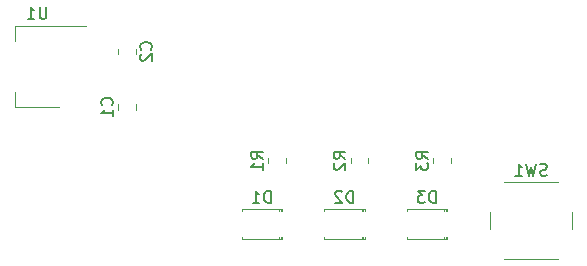
<source format=gbr>
%TF.GenerationSoftware,KiCad,Pcbnew,8.0.7*%
%TF.CreationDate,2025-01-26T18:01:06+01:00*%
%TF.ProjectId,ESP_PZEM004V3,4553505f-505a-4454-9d30-303456332e6b,rev?*%
%TF.SameCoordinates,Original*%
%TF.FileFunction,Legend,Bot*%
%TF.FilePolarity,Positive*%
%FSLAX46Y46*%
G04 Gerber Fmt 4.6, Leading zero omitted, Abs format (unit mm)*
G04 Created by KiCad (PCBNEW 8.0.7) date 2025-01-26 18:01:06*
%MOMM*%
%LPD*%
G01*
G04 APERTURE LIST*
%ADD10C,0.150000*%
%ADD11C,0.120000*%
G04 APERTURE END LIST*
D10*
X135994580Y-94468333D02*
X136042200Y-94420714D01*
X136042200Y-94420714D02*
X136089819Y-94277857D01*
X136089819Y-94277857D02*
X136089819Y-94182619D01*
X136089819Y-94182619D02*
X136042200Y-94039762D01*
X136042200Y-94039762D02*
X135946961Y-93944524D01*
X135946961Y-93944524D02*
X135851723Y-93896905D01*
X135851723Y-93896905D02*
X135661247Y-93849286D01*
X135661247Y-93849286D02*
X135518390Y-93849286D01*
X135518390Y-93849286D02*
X135327914Y-93896905D01*
X135327914Y-93896905D02*
X135232676Y-93944524D01*
X135232676Y-93944524D02*
X135137438Y-94039762D01*
X135137438Y-94039762D02*
X135089819Y-94182619D01*
X135089819Y-94182619D02*
X135089819Y-94277857D01*
X135089819Y-94277857D02*
X135137438Y-94420714D01*
X135137438Y-94420714D02*
X135185057Y-94468333D01*
X135185057Y-94849286D02*
X135137438Y-94896905D01*
X135137438Y-94896905D02*
X135089819Y-94992143D01*
X135089819Y-94992143D02*
X135089819Y-95230238D01*
X135089819Y-95230238D02*
X135137438Y-95325476D01*
X135137438Y-95325476D02*
X135185057Y-95373095D01*
X135185057Y-95373095D02*
X135280295Y-95420714D01*
X135280295Y-95420714D02*
X135375533Y-95420714D01*
X135375533Y-95420714D02*
X135518390Y-95373095D01*
X135518390Y-95373095D02*
X136089819Y-94801667D01*
X136089819Y-94801667D02*
X136089819Y-95420714D01*
X132694580Y-99183333D02*
X132742200Y-99135714D01*
X132742200Y-99135714D02*
X132789819Y-98992857D01*
X132789819Y-98992857D02*
X132789819Y-98897619D01*
X132789819Y-98897619D02*
X132742200Y-98754762D01*
X132742200Y-98754762D02*
X132646961Y-98659524D01*
X132646961Y-98659524D02*
X132551723Y-98611905D01*
X132551723Y-98611905D02*
X132361247Y-98564286D01*
X132361247Y-98564286D02*
X132218390Y-98564286D01*
X132218390Y-98564286D02*
X132027914Y-98611905D01*
X132027914Y-98611905D02*
X131932676Y-98659524D01*
X131932676Y-98659524D02*
X131837438Y-98754762D01*
X131837438Y-98754762D02*
X131789819Y-98897619D01*
X131789819Y-98897619D02*
X131789819Y-98992857D01*
X131789819Y-98992857D02*
X131837438Y-99135714D01*
X131837438Y-99135714D02*
X131885057Y-99183333D01*
X132789819Y-100135714D02*
X132789819Y-99564286D01*
X132789819Y-99850000D02*
X131789819Y-99850000D01*
X131789819Y-99850000D02*
X131932676Y-99754762D01*
X131932676Y-99754762D02*
X132027914Y-99659524D01*
X132027914Y-99659524D02*
X132075533Y-99564286D01*
X127151904Y-90859819D02*
X127151904Y-91669342D01*
X127151904Y-91669342D02*
X127104285Y-91764580D01*
X127104285Y-91764580D02*
X127056666Y-91812200D01*
X127056666Y-91812200D02*
X126961428Y-91859819D01*
X126961428Y-91859819D02*
X126770952Y-91859819D01*
X126770952Y-91859819D02*
X126675714Y-91812200D01*
X126675714Y-91812200D02*
X126628095Y-91764580D01*
X126628095Y-91764580D02*
X126580476Y-91669342D01*
X126580476Y-91669342D02*
X126580476Y-90859819D01*
X125580476Y-91859819D02*
X126151904Y-91859819D01*
X125866190Y-91859819D02*
X125866190Y-90859819D01*
X125866190Y-90859819D02*
X125961428Y-91002676D01*
X125961428Y-91002676D02*
X126056666Y-91097914D01*
X126056666Y-91097914D02*
X126151904Y-91145533D01*
X159459819Y-103715833D02*
X158983628Y-103382500D01*
X159459819Y-103144405D02*
X158459819Y-103144405D01*
X158459819Y-103144405D02*
X158459819Y-103525357D01*
X158459819Y-103525357D02*
X158507438Y-103620595D01*
X158507438Y-103620595D02*
X158555057Y-103668214D01*
X158555057Y-103668214D02*
X158650295Y-103715833D01*
X158650295Y-103715833D02*
X158793152Y-103715833D01*
X158793152Y-103715833D02*
X158888390Y-103668214D01*
X158888390Y-103668214D02*
X158936009Y-103620595D01*
X158936009Y-103620595D02*
X158983628Y-103525357D01*
X158983628Y-103525357D02*
X158983628Y-103144405D01*
X158459819Y-104049167D02*
X158459819Y-104668214D01*
X158459819Y-104668214D02*
X158840771Y-104334881D01*
X158840771Y-104334881D02*
X158840771Y-104477738D01*
X158840771Y-104477738D02*
X158888390Y-104572976D01*
X158888390Y-104572976D02*
X158936009Y-104620595D01*
X158936009Y-104620595D02*
X159031247Y-104668214D01*
X159031247Y-104668214D02*
X159269342Y-104668214D01*
X159269342Y-104668214D02*
X159364580Y-104620595D01*
X159364580Y-104620595D02*
X159412200Y-104572976D01*
X159412200Y-104572976D02*
X159459819Y-104477738D01*
X159459819Y-104477738D02*
X159459819Y-104192024D01*
X159459819Y-104192024D02*
X159412200Y-104096786D01*
X159412200Y-104096786D02*
X159364580Y-104049167D01*
X145489819Y-103715833D02*
X145013628Y-103382500D01*
X145489819Y-103144405D02*
X144489819Y-103144405D01*
X144489819Y-103144405D02*
X144489819Y-103525357D01*
X144489819Y-103525357D02*
X144537438Y-103620595D01*
X144537438Y-103620595D02*
X144585057Y-103668214D01*
X144585057Y-103668214D02*
X144680295Y-103715833D01*
X144680295Y-103715833D02*
X144823152Y-103715833D01*
X144823152Y-103715833D02*
X144918390Y-103668214D01*
X144918390Y-103668214D02*
X144966009Y-103620595D01*
X144966009Y-103620595D02*
X145013628Y-103525357D01*
X145013628Y-103525357D02*
X145013628Y-103144405D01*
X145489819Y-104668214D02*
X145489819Y-104096786D01*
X145489819Y-104382500D02*
X144489819Y-104382500D01*
X144489819Y-104382500D02*
X144632676Y-104287262D01*
X144632676Y-104287262D02*
X144727914Y-104192024D01*
X144727914Y-104192024D02*
X144775533Y-104096786D01*
X169533332Y-105107200D02*
X169390475Y-105154819D01*
X169390475Y-105154819D02*
X169152380Y-105154819D01*
X169152380Y-105154819D02*
X169057142Y-105107200D01*
X169057142Y-105107200D02*
X169009523Y-105059580D01*
X169009523Y-105059580D02*
X168961904Y-104964342D01*
X168961904Y-104964342D02*
X168961904Y-104869104D01*
X168961904Y-104869104D02*
X169009523Y-104773866D01*
X169009523Y-104773866D02*
X169057142Y-104726247D01*
X169057142Y-104726247D02*
X169152380Y-104678628D01*
X169152380Y-104678628D02*
X169342856Y-104631009D01*
X169342856Y-104631009D02*
X169438094Y-104583390D01*
X169438094Y-104583390D02*
X169485713Y-104535771D01*
X169485713Y-104535771D02*
X169533332Y-104440533D01*
X169533332Y-104440533D02*
X169533332Y-104345295D01*
X169533332Y-104345295D02*
X169485713Y-104250057D01*
X169485713Y-104250057D02*
X169438094Y-104202438D01*
X169438094Y-104202438D02*
X169342856Y-104154819D01*
X169342856Y-104154819D02*
X169104761Y-104154819D01*
X169104761Y-104154819D02*
X168961904Y-104202438D01*
X168628570Y-104154819D02*
X168390475Y-105154819D01*
X168390475Y-105154819D02*
X168199999Y-104440533D01*
X168199999Y-104440533D02*
X168009523Y-105154819D01*
X168009523Y-105154819D02*
X167771428Y-104154819D01*
X166866666Y-105154819D02*
X167438094Y-105154819D01*
X167152380Y-105154819D02*
X167152380Y-104154819D01*
X167152380Y-104154819D02*
X167247618Y-104297676D01*
X167247618Y-104297676D02*
X167342856Y-104392914D01*
X167342856Y-104392914D02*
X167438094Y-104440533D01*
X160123094Y-107434819D02*
X160123094Y-106434819D01*
X160123094Y-106434819D02*
X159884999Y-106434819D01*
X159884999Y-106434819D02*
X159742142Y-106482438D01*
X159742142Y-106482438D02*
X159646904Y-106577676D01*
X159646904Y-106577676D02*
X159599285Y-106672914D01*
X159599285Y-106672914D02*
X159551666Y-106863390D01*
X159551666Y-106863390D02*
X159551666Y-107006247D01*
X159551666Y-107006247D02*
X159599285Y-107196723D01*
X159599285Y-107196723D02*
X159646904Y-107291961D01*
X159646904Y-107291961D02*
X159742142Y-107387200D01*
X159742142Y-107387200D02*
X159884999Y-107434819D01*
X159884999Y-107434819D02*
X160123094Y-107434819D01*
X159218332Y-106434819D02*
X158599285Y-106434819D01*
X158599285Y-106434819D02*
X158932618Y-106815771D01*
X158932618Y-106815771D02*
X158789761Y-106815771D01*
X158789761Y-106815771D02*
X158694523Y-106863390D01*
X158694523Y-106863390D02*
X158646904Y-106911009D01*
X158646904Y-106911009D02*
X158599285Y-107006247D01*
X158599285Y-107006247D02*
X158599285Y-107244342D01*
X158599285Y-107244342D02*
X158646904Y-107339580D01*
X158646904Y-107339580D02*
X158694523Y-107387200D01*
X158694523Y-107387200D02*
X158789761Y-107434819D01*
X158789761Y-107434819D02*
X159075475Y-107434819D01*
X159075475Y-107434819D02*
X159170713Y-107387200D01*
X159170713Y-107387200D02*
X159218332Y-107339580D01*
X146153094Y-107434819D02*
X146153094Y-106434819D01*
X146153094Y-106434819D02*
X145914999Y-106434819D01*
X145914999Y-106434819D02*
X145772142Y-106482438D01*
X145772142Y-106482438D02*
X145676904Y-106577676D01*
X145676904Y-106577676D02*
X145629285Y-106672914D01*
X145629285Y-106672914D02*
X145581666Y-106863390D01*
X145581666Y-106863390D02*
X145581666Y-107006247D01*
X145581666Y-107006247D02*
X145629285Y-107196723D01*
X145629285Y-107196723D02*
X145676904Y-107291961D01*
X145676904Y-107291961D02*
X145772142Y-107387200D01*
X145772142Y-107387200D02*
X145914999Y-107434819D01*
X145914999Y-107434819D02*
X146153094Y-107434819D01*
X144629285Y-107434819D02*
X145200713Y-107434819D01*
X144914999Y-107434819D02*
X144914999Y-106434819D01*
X144914999Y-106434819D02*
X145010237Y-106577676D01*
X145010237Y-106577676D02*
X145105475Y-106672914D01*
X145105475Y-106672914D02*
X145200713Y-106720533D01*
X153138094Y-107434819D02*
X153138094Y-106434819D01*
X153138094Y-106434819D02*
X152899999Y-106434819D01*
X152899999Y-106434819D02*
X152757142Y-106482438D01*
X152757142Y-106482438D02*
X152661904Y-106577676D01*
X152661904Y-106577676D02*
X152614285Y-106672914D01*
X152614285Y-106672914D02*
X152566666Y-106863390D01*
X152566666Y-106863390D02*
X152566666Y-107006247D01*
X152566666Y-107006247D02*
X152614285Y-107196723D01*
X152614285Y-107196723D02*
X152661904Y-107291961D01*
X152661904Y-107291961D02*
X152757142Y-107387200D01*
X152757142Y-107387200D02*
X152899999Y-107434819D01*
X152899999Y-107434819D02*
X153138094Y-107434819D01*
X152185713Y-106530057D02*
X152138094Y-106482438D01*
X152138094Y-106482438D02*
X152042856Y-106434819D01*
X152042856Y-106434819D02*
X151804761Y-106434819D01*
X151804761Y-106434819D02*
X151709523Y-106482438D01*
X151709523Y-106482438D02*
X151661904Y-106530057D01*
X151661904Y-106530057D02*
X151614285Y-106625295D01*
X151614285Y-106625295D02*
X151614285Y-106720533D01*
X151614285Y-106720533D02*
X151661904Y-106863390D01*
X151661904Y-106863390D02*
X152233332Y-107434819D01*
X152233332Y-107434819D02*
X151614285Y-107434819D01*
X152474819Y-103715833D02*
X151998628Y-103382500D01*
X152474819Y-103144405D02*
X151474819Y-103144405D01*
X151474819Y-103144405D02*
X151474819Y-103525357D01*
X151474819Y-103525357D02*
X151522438Y-103620595D01*
X151522438Y-103620595D02*
X151570057Y-103668214D01*
X151570057Y-103668214D02*
X151665295Y-103715833D01*
X151665295Y-103715833D02*
X151808152Y-103715833D01*
X151808152Y-103715833D02*
X151903390Y-103668214D01*
X151903390Y-103668214D02*
X151951009Y-103620595D01*
X151951009Y-103620595D02*
X151998628Y-103525357D01*
X151998628Y-103525357D02*
X151998628Y-103144405D01*
X151570057Y-104096786D02*
X151522438Y-104144405D01*
X151522438Y-104144405D02*
X151474819Y-104239643D01*
X151474819Y-104239643D02*
X151474819Y-104477738D01*
X151474819Y-104477738D02*
X151522438Y-104572976D01*
X151522438Y-104572976D02*
X151570057Y-104620595D01*
X151570057Y-104620595D02*
X151665295Y-104668214D01*
X151665295Y-104668214D02*
X151760533Y-104668214D01*
X151760533Y-104668214D02*
X151903390Y-104620595D01*
X151903390Y-104620595D02*
X152474819Y-104049167D01*
X152474819Y-104049167D02*
X152474819Y-104668214D01*
D11*
%TO.C,C2*%
X133250000Y-94862064D02*
X133250000Y-94407936D01*
X134720000Y-94862064D02*
X134720000Y-94407936D01*
%TO.C,C1*%
X134720000Y-99122936D02*
X134720000Y-99577064D01*
X133250000Y-99122936D02*
X133250000Y-99577064D01*
%TO.C,U1*%
X130490000Y-92495000D02*
X124480000Y-92495000D01*
X128240000Y-99315000D02*
X124480000Y-99315000D01*
X124480000Y-99315000D02*
X124480000Y-98055000D01*
X124480000Y-92495000D02*
X124480000Y-93755000D01*
%TO.C,R3*%
X161390000Y-103655436D02*
X161390000Y-104109564D01*
X159920000Y-103655436D02*
X159920000Y-104109564D01*
%TO.C,R1*%
X147420000Y-103655436D02*
X147420000Y-104109564D01*
X145950000Y-103655436D02*
X145950000Y-104109564D01*
%TO.C,SW1*%
X171700000Y-108200000D02*
X171700000Y-109700000D01*
X170450000Y-112200000D02*
X165950000Y-112200000D01*
X165950000Y-105700000D02*
X170450000Y-105700000D01*
X164700000Y-109700000D02*
X164700000Y-108200000D01*
%TO.C,D3*%
X161095000Y-110500000D02*
X157675000Y-110500000D01*
X161095000Y-110320000D02*
X161095000Y-110500000D01*
X161095000Y-107980000D02*
X161095000Y-108160000D01*
X161095000Y-107980000D02*
X157675000Y-107980000D01*
X160975000Y-110320000D02*
X160975000Y-110500000D01*
X160975000Y-107980000D02*
X160975000Y-108160000D01*
X160855000Y-110320000D02*
X160855000Y-110500000D01*
X160855000Y-107980000D02*
X160855000Y-108160000D01*
X157675000Y-110335000D02*
X157675000Y-110500000D01*
X157675000Y-107980000D02*
X157675000Y-108145000D01*
%TO.C,D1*%
X147125000Y-110500000D02*
X143705000Y-110500000D01*
X147125000Y-110320000D02*
X147125000Y-110500000D01*
X147125000Y-107980000D02*
X147125000Y-108160000D01*
X147125000Y-107980000D02*
X143705000Y-107980000D01*
X147005000Y-110320000D02*
X147005000Y-110500000D01*
X147005000Y-107980000D02*
X147005000Y-108160000D01*
X146885000Y-110320000D02*
X146885000Y-110500000D01*
X146885000Y-107980000D02*
X146885000Y-108160000D01*
X143705000Y-110335000D02*
X143705000Y-110500000D01*
X143705000Y-107980000D02*
X143705000Y-108145000D01*
%TO.C,D2*%
X154110000Y-110500000D02*
X150690000Y-110500000D01*
X154110000Y-110320000D02*
X154110000Y-110500000D01*
X154110000Y-107980000D02*
X154110000Y-108160000D01*
X154110000Y-107980000D02*
X150690000Y-107980000D01*
X153990000Y-110320000D02*
X153990000Y-110500000D01*
X153990000Y-107980000D02*
X153990000Y-108160000D01*
X153870000Y-110320000D02*
X153870000Y-110500000D01*
X153870000Y-107980000D02*
X153870000Y-108160000D01*
X150690000Y-110335000D02*
X150690000Y-110500000D01*
X150690000Y-107980000D02*
X150690000Y-108145000D01*
%TO.C,R2*%
X154405000Y-103655436D02*
X154405000Y-104109564D01*
X152935000Y-103655436D02*
X152935000Y-104109564D01*
%TD*%
M02*

</source>
